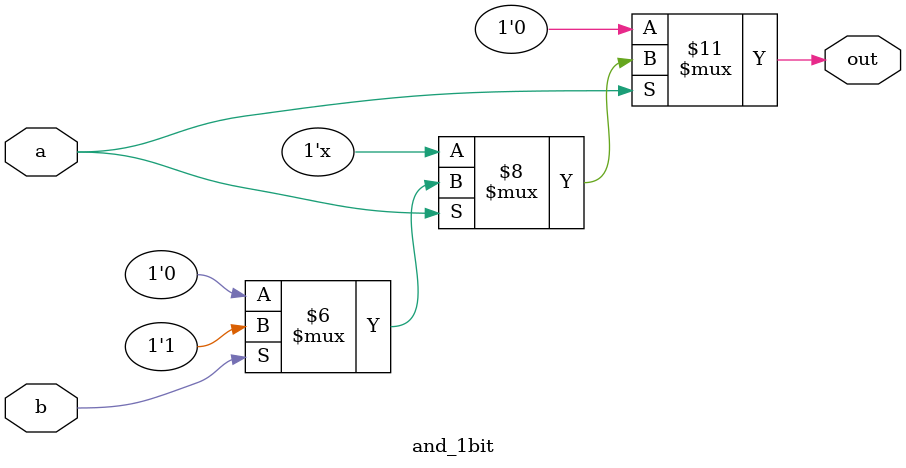
<source format=v>

module and_1bit(out,a,b);

input a ,b ;
output reg out;

always @(a or b ) 
begin
	
	if (a == 1'b1) 
	begin
		if(b == 1'b1)
			out = 1'b1;

		else
			out = 1'b0;
	end
	else
		out = 1'b0;
end

endmodule
</source>
